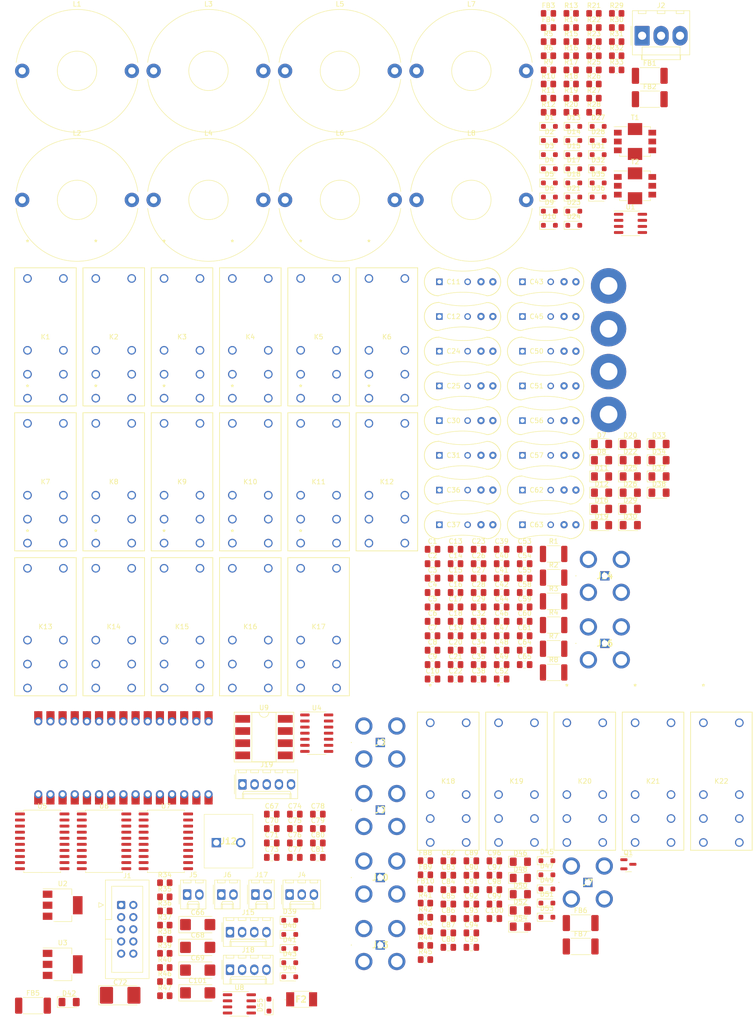
<source format=kicad_pcb>
(kicad_pcb (version 20221018) (generator pcbnew)
  (layers (0 "F.Cu" signal) (31 "B.Cu" signal) (34 "B.Paste" user) (35 "F.Paste" user) (36 "B.SilkS" user "B.Silkscreen") (37 "F.SilkS" user "F.Silkscreen") (38 "B.Mask" user) (39 "F.Mask" user) (44 "Edge.Cuts" user))
  (net 0 "")
  (net 1 "+12V")
  (net 2 "GND")
  (net 3 "Net-(D1-K)")
  (net 4 "Net-(D2-K)")
  (net 5 "+12V_R")
  (net 6 "Net-(D10-K)")
  (net 7 "Ind1")
  (net 8 "Cap1")
  (net 9 "Net-(C11-Pad1)")
  (net 10 "Net-(C11-Pad2)")
  (net 11 "ATU_IN")
  (net 12 "Net-(C18-Pad1)")
  (net 13 "Net-(C19-Pad1)")
  (net 14 "FWD")
  (net 15 "REV")
  (net 16 "Ind2")
  (net 17 "Cap2")
  (net 18 "Net-(C24-Pad1)")
  (net 19 "Net-(C24-Pad2)")
  (net 20 "Ind3")
  (net 21 "Cap3")
  (net 22 "Net-(C30-Pad1)")
  (net 23 "Net-(C30-Pad2)")
  (net 24 "Ind4")
  (net 25 "Cap4")
  (net 26 "Net-(C36-Pad1)")
  (net 27 "Net-(C36-Pad2)")
  (net 28 "CAPOUT")
  (net 29 "Ind5")
  (net 30 "Cap5")
  (net 31 "Net-(C43-Pad1)")
  (net 32 "Net-(C43-Pad2)")
  (net 33 "Ind6")
  (net 34 "Cap6")
  (net 35 "Net-(C50-Pad1)")
  (net 36 "Net-(C50-Pad2)")
  (net 37 "Ind7")
  (net 38 "Cap7")
  (net 39 "Net-(C56-Pad1)")
  (net 40 "Net-(C56-Pad2)")
  (net 41 "Ind8")
  (net 42 "Cap8")
  (net 43 "Net-(C62-Pad1)")
  (net 44 "Net-(C62-Pad2)")
  (net 45 "Net-(C66-Pad1)")
  (net 46 "Net-(D39-K)")
  (net 47 "Net-(D40-K)")
  (net 48 "+5V")
  (net 49 "PTT_IN")
  (net 50 "+3.3V")
  (net 51 "Net-(D45-K)")
  (net 52 "T{slash}R_PTT")
  (net 53 "Net-(Q1-G)")
  (net 54 "Net-(D45-A)")
  (net 55 "ANT1")
  (net 56 "Net-(D49-A)")
  (net 57 "Net-(D51-A)")
  (net 58 "ANT2")
  (net 59 "Net-(D53-A)")
  (net 60 "ANT3")
  (net 61 "Net-(D55-A)")
  (net 62 "Net-(D1-A)")
  (net 63 "Net-(D2-A)")
  (net 64 "Net-(D3-K)")
  (net 65 "Net-(D3-A)")
  (net 66 "Net-(D4-K)")
  (net 67 "Net-(D4-A)")
  (net 68 "Net-(D7-K)")
  (net 69 "Net-(D8-K)")
  (net 70 "Net-(D11-K)")
  (net 71 "Net-(D12-K)")
  (net 72 "Net-(D15-K)")
  (net 73 "Net-(D16-K)")
  (net 74 "Net-(D19-K)")
  (net 75 "Net-(D20-K)")
  (net 76 "Net-(D22-K)")
  (net 77 "Net-(D25-K)")
  (net 78 "Net-(D26-K)")
  (net 79 "Net-(D29-K)")
  (net 80 "Net-(D30-K)")
  (net 81 "Net-(D33-K)")
  (net 82 "Net-(D34-K)")
  (net 83 "Net-(D37-K)")
  (net 84 "Net-(D38-K)")
  (net 85 "Net-(D39-A)")
  (net 86 "TUNE")
  (net 87 "D5_B")
  (net 88 "TUNE_PB")
  (net 89 "Net-(D42-A)")
  (net 90 "D2_A")
  (net 91 "Net-(D43-A)")
  (net 92 "PTT")
  (net 93 "Net-(D46-K)")
  (net 94 "Net-(D48-K)")
  (net 95 "Net-(D50-K)")
  (net 96 "Net-(D52-K)")
  (net 97 "Net-(D54-K)")
  (net 98 "RESET")
  (net 99 "D8")
  (net 100 "SCL")
  (net 101 "SDA")
  (net 102 "Net-(J2-Pin_1)")
  (net 103 "Net-(J2-Pin_3)")
  (net 104 "Net-(J7-In)")
  (net 105 "Net-(J8-In)")
  (net 106 "Net-(J9-In)")
  (net 107 "Net-(J10-In)")
  (net 108 "Net-(J13-In)")
  (net 109 "Net-(J14-In)")
  (net 110 "RX")
  (net 111 "TX")
  (net 112 "ATU_OUT")
  (net 113 "ENC1A")
  (net 114 "ENC1B")
  (net 115 "ENC_PB")
  (net 116 "A6")
  (net 117 "A7")
  (net 119 "Net-(K1-Pad2)")
  (net 124 "Net-(K3-Pad2)")
  (net 129 "Net-(K5-Pad2)")
  (net 134 "Net-(K10-Pad3)")
  (net 139 "Net-(K9-Pad3)")
  (net 140 "Net-(K10-Pad2)")
  (net 145 "Net-(K12-Pad2)")
  (net 150 "Net-(K14-Pad2)")
  (net 159 "Net-(K18-Pad2)")
  (net 160 "Net-(K19-Pad3)")
  (net 161 "Net-(K20-Pad2)")
  (net 162 "Net-(K21-Pad2)")
  (net 163 "Net-(K22-Pad2)")
  (net 164 "Net-(U1B-+)")
  (net 165 "Net-(U1A-+)")
  (net 166 "Net-(R37-Pad2)")
  (net 167 "LOAD")
  (net 168 "Net-(R39-Pad2)")
  (net 169 "DATA")
  (net 178 "Net-(U4-Pad2)")
  (net 179 "Net-(U5-SER_IN)")
  (net 180 "Net-(U4-Pad6)")
  (net 181 "SRCK")
  (net 182 "RCLK")
  (net 183 "Net-(U4-Pad11)")
  (net 184 "IND1")
  (net 185 "IND2")
  (net 186 "IND3")
  (net 187 "IND4")
  (net 188 "IND5")
  (net 189 "IND6")
  (net 190 "IND7")
  (net 191 "IND8")
  (net 192 "Net-(U5-SER_OUT)")
  (net 193 "CAP1")
  (net 194 "CAP2")
  (net 195 "CAP3")
  (net 196 "CAP4")
  (net 197 "CAP5")
  (net 198 "CAP6")
  (net 199 "CAP7")
  (net 200 "CAP8")
  (net 201 "Net-(U6-SER_OUT)")
  (net 213 "Net-(D55-K)")
  (footprint "RELAY_G2R-1-E AC12:RELAY_G2R-1-E AC12" (layer "F.Cu") (at -89.2882 115.920588)
    (fp_text reference "K11")
    (fp_text value "G2R-1-E DC12")
  )
  (footprint "Capacitor_SMD:C_0805_2012Metric_Pad1.18x1.45mm_HandSolder" (layer "F.Cu") (at -59.625 135.875)
    (fp_text reference "C33")
    (fp_text value "10n")
  )
  (footprint "Resistor_SMD:R_0805_2012Metric_Pad1.20x1.40mm_HandSolder" (layer "F.Cu") (at -45.035 26.555)
    (fp_text reference "R12")
    (fp_text value "22k")
  )
  (footprint "Capacitor_Mica:Capacitor_Mica" (layer "F.Cu") (at -47.517 112.693)
    (fp_text reference "C63")
    (fp_text value "2640p")
  )
  (footprint "Diode_SMD:D_SOD-323_HandSoldering" (layer "F.Cu") (at -44.84 35.405)
    (fp_text reference "D3")
    (fp_text value "1N5711")
  )
  (footprint "Capacitor_SMD:C_0805_2012Metric_Pad1.18x1.45mm_HandSolder" (layer "F.Cu") (at -59.625 123.835)
    (fp_text reference "C27")
    (fp_text value "10n")
  )
  (footprint "Capacitor_SMD:C_0805_2012Metric_Pad1.18x1.45mm_HandSolder" (layer "F.Cu") (at -98.005 176.135)
    (fp_text reference "C75")
    (fp_text value "10n")
  )
  (footprint "Package_SO:SOIC-8_3.9x4.9mm_P1.27mm" (layer "F.Cu") (at -109.585 212.745)
    (fp_text reference "U8")
    (fp_text value "24FC1025-I_SN")
  )
  (footprint "Capacitor_Mica:Capacitor_Mica" (layer "F.Cu") (at -64.8635 83.6994)
    (fp_text reference "C25")
    (fp_text value "39p")
  )
  (footprint "LED_SMD:LED_1206_3216Metric_Pad1.42x1.75mm_HandSolder" (layer "F.Cu") (at -50.9 183.065)
    (fp_text reference "D46")
    (fp_text value "LED_Small")
  )
  (footprint "Resistor_SMD:R_1812_4532Metric_Pad1.30x3.40mm_HandSolder" (layer "F.Cu") (at -43.955 138.585)
    (fp_text reference "R7")
    (fp_text value "100R")
  )
  (footprint "Capacitor_SMD:C_0805_2012Metric_Pad1.18x1.45mm_HandSolder" (layer "F.Cu") (at -64.435 132.865)
    (fp_text reference "C18")
    (fp_text value "10n")
  )
  (footprint "Resistor_SMD:R_0805_2012Metric_Pad1.20x1.40mm_HandSolder" (layer "F.Cu") (at -35.535 26.555)
    (fp_text reference "R28")
    (fp_text value "2k7")
  )
  (footprint "Diode_SMD:D_SOD-323_HandSoldering" (layer "F.Cu") (at -45.36 194.645)
    (fp_text reference "D53")
    (fp_text value "BAS16J")
  )
  (footprint "BNC_Amphenol_031-5329-51RFX:BNC_Amphenol_031532951RFX" (layer "F.Cu") (at -80.15 200.46)
    (fp_text reference "J13")
    (fp_text value "Conn_Coaxial" hide)
  )
  (footprint "Capacitor_SMD:C_0805_2012Metric_Pad1.18x1.45mm_HandSolder" (layer "F.Cu") (at -54.815 132.865)
    (fp_text reference "C46")
    (fp_text value "10n")
  )
  (footprint "LED_SMD:LED_1206_3216Metric_Pad1.42x1.75mm_HandSolder" (layer "F.Cu") (at -33.94 99.215)
    (fp_text reference "D8")
    (fp_text value "LED_Small")
  )
  (footprint "Resistor_SMD:R_0805_2012Metric_Pad1.20x1.40mm_HandSolder" (layer "F.Cu") (at -40.285 14.755)
    (fp_text reference "R16")
    (fp_text value "15k")
  )
  (footprint "RELAY_G2R-1-E AC12:RELAY_G2R-1-E AC12" (layer "F.Cu") (at -132.0694 85.660194)
    (fp_text reference "K2")
    (fp_text value "G2R-1-E DC12")
  )
  (footprint "Inductor_THT:L_Toroid_Horizontal_D25.4mm_P22.90mm_Vishay_TJ5_BigPads" (layer "F.Cu") (at -72.585 17.905)
    (fp_text reference "L7")
    (fp_text value "L_Iron_Small")
  )
  (footprint "Diode_SMD:D_SOD-323_HandSoldering" (layer "F.Cu") (at -34.65 44.255)
    (fp_text reference "D36")
    (fp_text value "BAS16J")
  )
  (footprint "Package_SO:SOIC-20W_7.5x12.8mm_P1.27mm" (layer "F.Cu") (at -137.845 178.795)
    (fp_text reference "U6")
    (fp_text value "TPIC6595")
  )
  (footprint "Package_SO:SOIC-14_3.9x8.7mm_P1.27mm" (layer "F.Cu") (at -93.425 156.215)
    (fp_text reference "U4")
    (fp_text value "74HCT04")
  )
  (footprint "MFMSMF11024X2:MFMSMF11024X2" (layer "F.Cu") (at -96.58 211.79)
    (fp_text reference "F2")
    (fp_text value "MF-MSMF110_24X-2" hide)
  )
  (footprint "Resistor_SMD:R_0805_2012Metric_Pad1.20x1.40mm_HandSolder" (layer "F.Cu") (at -125.155 211.045)
    (fp_text reference "R47")
    (fp_text value "10k")
  )
  (footprint "Diode_SMD:D_SOD-323_HandSoldering" (layer "F.Cu") (at -99.06 201.195)
    (fp_text reference "D41")
    (fp_text value "BAS16J")
  )
  (footprint "Diode_SMD:D_SOD-323_HandSoldering" (layer "F.Cu") (at -44.84 47.205)
    (fp_text reference "D9")
    (fp_text value "BAS16J")
  )
  (footprint "Resistor_SMD:R_0805_2012Metric_Pad1.20x1.40mm_HandSolder" (layer "F.Cu") (at -125.155 205.145)
    (fp_text reference "R40")
    (fp_text value "10k")
  )
  (footprint "Diode_SMD:D_SOD-323_HandSoldering" (layer "F.Cu") (at -103.4 213 90)
    (fp_text reference "D55")
    (fp_text value "1SS355VM")
  )
  (footprint "Package_SO:SOIC-20W_7.5x12.8mm_P1.27mm" (layer "F.Cu") (at -150.755 178.795)
    (fp_text reference "U5")
    (fp_text value "TPIC6595")
  )
  (footprint "Resistor_SMD:R_0805_2012Metric_Pad1.20x1.40mm_HandSolder" (layer "F.Cu") (at -40.285 17.705)
    (fp_text reference "R17")
    (fp_text value "18k")
  )
  (footprint "Capacitor_SMD:C_0805_2012Metric_Pad1.18x1.45mm_HandSolder" (layer "F.Cu") (at -69.245 135.875)
    (fp_text reference "C7")
    (fp_text value "10n")
  )
  (footprint "Capacitor_SMD:C_0805_2012Metric_Pad1.18x1.45mm_HandSolder" (layer "F.Cu") (at -65.945 185.885)
    (fp_text reference "C83")
    (fp_text value "100n")
  )
  (footprint "Resistor_SMD:R_1812_4532Metric_Pad1.30x3.40mm_HandSolder" (layer "F.Cu") (at -43.955 133.635)
    (fp_text reference "R4")
    (fp_text value "100R")
  )
  (footprint "Capacitor_SMD:C_0805_2012Metric_Pad1.18x1.45mm_HandSolder" (layer "F.Cu") (at -50.005 123.835)
    (fp_text reference "C55")
    (fp_text value "10n")
  )
  (footprint "Connector_Molex:Molex_KK-254_AE-6410-02A_1x02_P2.54mm_Vertical" (layer "F.Cu") (at -113.355 189.915)
    (fp_text reference "J6")
    (fp_text value "Conn_01x02")
  )
  (footprint "Inductor_SMD:L_0805_2012Metric_Pad1.15x1.40mm_HandSolder" (layer "F.Cu") (at -70.725 188.745)
    (fp_text reference "FB10")
    (fp_text value "FerriteBead_Small")
  )
  (footprint "Diode_SMD:D_SOD-323_HandSoldering" (layer "F.Cu") (at -34.65 35.405)
    (fp_text reference "D31")
    (fp_text value "BAS16J")
  )
  (footprint "Capacitor_SMD:C_0805_2012Metric_Pad1.18x1.45mm_HandSolder" (layer "F.Cu") (at -56.325 188.895)
    (fp_text reference "C98")
    (fp_text value "10n")
  )
  (footprint "Resistor_SMD:R_1812_4532Metric_Pad1.30x3.40mm_HandSolder" (layer "F.Cu") (at -43.955 123.735)
    (fp_text reference "R2")
    (fp_text value "100R")
  )
  (footprint "Capacitor_SMD:C_0805_2012Metric_Pad1.18x1.45mm_HandSolder" (layer "F.Cu") (at -61.135 188.895)
    (fp_text reference "C91")
    (fp_text value "10n")
  )
  (footprint "Capacitor_SMD:C_0805_2012Metric_Pad1.18x1.45mm_HandSolder" (layer "F.Cu") (at -61.135 200.935)
    (fp_text reference "C95")
    (fp_text value "10n")
  )
  (footprint "RELAY_G2R-1-E AC12:RELAY_G2R-1-E AC12" (layer "F.Cu") (at -75.0278 85.660194)
    (fp_text reference "K6")
    (fp_text value "G2R-1-E DC12")
  )
  (footprint "RELAY_G2R-1-E AC12:RELAY_G2R-1-E AC12" (layer "F.Cu") (at -117.809 146.180982)
    (fp_text reference "K15")
    (fp_text value "G2R-1-E DC12")
  )
  (footprint "LED_SMD:LED_1206_3216Metric_Pad1.42x1.75mm_HandSolder" (layer "F.Cu") (at -21.95 95.825)
    (fp_text reference "D33")
    (fp_text value "LED_Small")
  )
  (footprint "LED_SMD:LED_1206_3216Metric_Pad1.42x1.75mm_HandSolder" (layer "F.Cu") (at -33.94 112.775)
    (fp_text reference "D19")
    (fp_text value "LED_Small")
  )
  (footprint "Inductor_SMD:L_2512_6332Metric_Pad1.52x3.35mm_HandSolder" (layer "F.Cu") (at -38.315 195.865)
    (fp_text reference "FB6")
    (fp_text value "FerriteBead_Small")
  )
  (footprint "Package_SO:SOIC-20W_7.5x12.8mm_P1.27mm" (layer "F.Cu") (at -124.935 178.795)
    (fp_text reference "U7")
    (fp_text value "TPIC6595")
  )
  (footprint "Inductor_SMD:L_2512_6332Metric_Pad1.52x3.35mm_HandSolder" (layer "F.Cu") (at -23.885 18.935)
    (fp_text reference "FB1")
    (fp_text value "FerriteBead_Small")
  )
  (footprint "Capacitor_SMD:C_0805_2012Metric_Pad1.18x1.45mm_HandSolder" (layer "F.Cu") (at -54.815 141.895)
    (fp_text reference "C49")
    (fp_text value "10n")
  )
  (footprint "Capacitor_SMD:C_0805_2012Metric_Pad1.18x1.45mm_HandSolder" (layer "F.Cu") (at -64.435 126.845)
    (fp_text reference "C16")
    (fp_text value "10n")
  )
  (footprint "Capacitor_Mica:Capacitor_Mica" (layer "F.Cu") (at -64.8635 112.693)
    (fp_text reference "C37")
    (fp_text value "160p")
  )
  (footprint "Diode_SMD:D_SOD-323_HandSoldering" (layer "F.Cu") (at -34.65 32.455)
    (fp_text reference "D28")
    (fp_text value "BAS16J")
  )
  (footprint "Capacitor_SMD:C_0805_2012Metric_Pad1.18x1.45mm_HandSolder" (layer "F.Cu") (at -61.135 197.925)
    (fp_text reference "C94")
    (fp_text value "10n")
  )
  (footprint "Resistor_SMD:R_0805_2012Metric_Pad1.20x1.40mm_HandSolder" (layer "F.Cu") (at -35.535 23.605)
    (fp_text reference "R27")
    (fp_text value "2k7")
  )
  (footprint "Package_SO:SOIC-8_3.9x4.9mm_P1.27mm" (layer "F.Cu") (at -27.905 49.755)
    (fp_text reference "U1")
    (fp_text value "LM358")
  )
  (footprint "Resistor_SMD:R_0805_2012Metric_Pad1.20x1.40mm_HandSolder" (layer "F.Cu") (at -35.535 8.855)
    (fp_text reference "R22")
    (fp_text value "2k7")
  )
  (footprint "Resistor_SMD:R_0805_2012Metric_Pad1.20x1.40mm_HandSolder" (layer "F.Cu") (at -30.785 14.755)
    (fp_text reference "R32")
    (fp_text value "2k7")
  )
  (footprint "Capacitor_Mica:Capacitor_Mica" (layer "F.Cu") (at -64.8635 61.9542)
    (fp_text reference "C11")
    (fp_text value "18p")
  )
  (footprint "Diode_SMD:D_SOD-323_HandSoldering" (layer "F.Cu") (at -39.745 44.255)
    (fp_text reference "D21")
    (fp_text value "BAS16J")
  )
  (footprint "LED_SMD:LED_1206_3216Metric_Pad1.42x1.75mm_HandSolder" (layer "F.Cu") (at -50.9 186.455)
    (fp_text reference "D48")
    (fp_text value "LED_Small")
  )
  (footprint "Diode_SMD:D_SOD-323_HandSoldering" (layer "F.Cu") (at -39.745 32.455)
    (fp_text reference "D14")
    (fp_text value "BAS16J")
  )
  (footprint "Diode_SMD:D_SOD-323_HandSoldering" (layer "F.Cu") (at -44.84 41.305)
    (fp_text reference "D5")
    (fp_text value "BAS16J")
  )
  (footprint "Capacitor_SMD:C_0805_2012Metric_Pad1.18x1.45mm_HandSolder" (layer "F.Cu") (at -54.815 144.905)
    (fp_text reference "C52")
    (fp_text value "10n")
  )
  (footprint "Resistor_SMD:R_0805_2012Metric_Pad1.20x1.40mm_HandSolder" (layer "F.Cu") (at -45.035 20.655)
    (fp_text reference "R10")
    (fp_text value "1k")
  )
  (footprint "Resistor_SMD:R_0805_2012Metric_Pad1.20x1.40mm_HandSolder" (layer "F.Cu") (at -45.035 14.755)
    (fp_text reference "R6")
    (fp_text value "100k")
  )
  (footprint "Inductor_THT:L_Toroid_Horizontal_D25.4mm_P22.90mm_Vishay_TJ5_BigPads" (layer "F.Cu") (at -154.935 44.855)
    (fp_text reference "L2")
    (fp_text value "L_Iron_Small")
  )
  (footprint "Diode_SMD:D_SOD-323_HandSoldering" (layer "F.Cu") (at -39.745 35.405)
    (fp_text reference "D15")
    (fp_text value "BAS16J")
  )
  (footprint "RELAY_G2R-1-E AC12:RELAY_G2R-1-E AC12" (layer "F.Cu") (at -5.1782 178.440194)
    (fp_text reference "K22")
    (fp_text value "G2R-1-E DC12")
  )
  (footprint "Capacitor_SMD:C_0805_2012Metric_Pad1.18x1.45mm_HandSolder" (layer "F.Cu") (at -69.245 129.855)
    (fp_text reference "C5")
    (fp_text value "1u")
  )
  (footprint "Diode_SMD:D_SOD-323_HandSoldering" (layer "F.Cu") (at -44.84 44.255)
    (fp_text reference "D6")
    (fp_text value "BAS16J")
  )
  (footprint "Resistor_SMD:R_0805_2012Metric_Pad1.20x1.40mm_HandSolder" (layer "F.Cu") (at -70.725 194.645)
    (fp_text reference "R42")
    (fp_text value "2k7")
  )
  (footprint "Diode_SMD:D_SOD-323_HandSoldering" (layer "F.Cu") (at -45.36 188.745)
    (fp_text reference "D49")
    (fp_text value "BAS16J")
  )
  (footprint "Capacitor_SMD:C_0805_2012Metric_Pad1.18x1.45mm_HandSolder" (layer "F.Cu") (at -69.245 117.815)
    (fp_text reference "C1")
    (fp_text value "10n")
  )
  (footprint "BNC_Amphenol_031-5329-51RFX:BNC_Amphenol_031532951RFX" (layer "F.Cu") (at -33.26 123.36)
    (fp_text reference "J14")
    (fp_text value "Conn_Coaxial" hide)
  )
  (footprint "Capacitor_SMD:C_0805_2012Metric_Pad1.18x1.45mm_HandSolder" (layer "F.Cu") (at -50.005 138.885)
    (fp_text reference "C64")
    (fp_text value "10n")
  )
  (footprint "Capacitor_SMD:C_0805_2012Metric_Pad1.18x1.45mm_HandSolder" (layer "F.Cu") (at -59.625 144.905)
    (fp_text reference "C38")
    (fp_text value "10n")
  )
  (footprint "Capacitor_SMD:C_0805_2012Metric_Pad1.18x1.45mm_HandSolder" (layer "F.Cu") (at -64.435 138.885)
    (fp_text reference "C20")
    (fp_text value "10n")
  )
  (footprint "Diode_SMD:D_SOD-323_HandSoldering" (layer "F.Cu") (at -44.84 32.455)
    (fp_text reference "D2")
    (fp_text value "1N5711")
  )
  (footprint "Capacitor_SMD:C_0805_2012Metric_Pad1.18x1.45mm_HandSolder" (layer "F.Cu") (at -64.435 135.875)
    (fp_text reference "C19")
    (fp_text value "10n")
  )
  (footprint "Capacitor_SMD:C_0805_2012Metric_Pad1.18x1.45mm_HandSolder" (layer "F.Cu") (at -65.945 200.935)
    (fp_text reference "C88")
    (fp_text value "10n")
  )
  (footprint "LED_SMD:LED_1206_3216Metric_Pad1.42x1.75mm_HandSolder" (layer "F.Cu") (at -27.945 109.385)
    (fp_text reference "D29")
    (fp_text value "LED_Small")
  )
  (footprint "Capacitor_SMD:C_0805_2012Metric_Pad1.18x1.45mm_HandSolder" (layer "F.Cu") (at -54.815 123.835)
    (fp_text reference "C41")
    (fp_text value "10n")
  )
  (footprint "RELAY_G2R-1-E AC12:RELAY_G2R-1-E AC12" (layer "F.Cu") (at -19.4386 178.440194)
    (fp_text reference "K21")
    (fp_text value "G2R-1-E DC12")
  )
  (footprint "Diode_SMD:D_SOD-323_HandSoldering" (layer "F.Cu") (at -34.65 38.355)
    (fp_text reference "D32")
    (fp_text value "BAS16J")
  )
  (footprint "RELAY_G2R-1-E AC12:RELAY_G2R-1-E AC12" (layer "F.Cu") (at -47.9594 178.440194)
    (fp_text reference "K19")
    (fp_text value "G2R-1-E DC12")
  )
  (footprint "Capacitor_SMD:C_0805_2012Metric_Pad1.18x1.45mm_HandSolder" (layer "F.Cu") (at -56.325 194.915)
    (fp_text reference "C100")
    (fp_text value "10n")
  )
  (footprint "Capacitor_SMD:C_0805_2012Metric_Pad1.18x1.45mm_HandSolder" (layer "F.Cu") (at -59.625 141.895)
    (fp_text reference "C35")
    (fp_text value "10n")
  )
  (footprint "LED_SMD:LED_1206_3216Metric_Pad1.42x1.75mm_HandSolder" (layer "F.Cu") (at -33.94 109.385)
    (fp_text reference "D16")
    (fp_text value "LED_Small")
  )
  (footprint "Capacitor_SMD:C_0805_2012Metric_Pad1.18x1.45mm_HandSolder" (layer "F.Cu") (at -59.625 129.855)
    (fp_text reference "C29")
    (fp_text value "10n")
  )
  (footprint "RELAY_G2R-1-E AC12:RELAY_G2R-1-E AC12" (layer "F.Cu") (at -89.2882 146.180982)
    (fp_text reference "K17")
    (fp_text value "G2R-1-E DC12")
  )
  (footprint "LED_SMD:LED_1206_3216Metric_Pad1.42x1.75mm_HandSolder" (layer "F.Cu") (at -50.9 193.235)
    (fp_text reference "D52")
    (fp_text value "LED_Small")
  )
  (footprint "Capacitor_Mica:Capacitor_Mica" (layer "F.Cu") (at -64.8635 69.2026)
    (fp_text reference "C12")
    (fp_text value "18p")
  )
  (footprint "Capacitor_Mica:Capacitor_Mica" (layer "F.Cu") (at -64.8635 76.451)
    (fp_text reference "C24")
    (fp_text value "39p")
  )
  (footprint "Connector_Molex:Molex_KK-254_AE-6410-02A_1x02_P2.54mm_Vertical" (layer "F.Cu") (at -106.225 189.915)
    (fp_text reference "J17")
    (fp_text value "Conn_01x02")
  )
  (footprint "Capacitor_SMD:C_0805_2012Metric_Pad1.18x1.45mm_HandSolder" (layer "F.Cu") (at -50.005 135.875)
    (fp_text reference "C61")
    (fp_text value "10n")
  )
  (footprint "Diode_SMD:D_SOD-323_HandSoldering" (layer "F.Cu") (at -99.06 204.145)
    (fp_text reference "D43")
    (fp_text value "BAS16J")
  )
  (footprint "Capacitor_Mica:Capacitor_Mica" (layer "F.Cu") (at -47.517 61.9542)
    (fp_text reference "C43")
    (fp_text value "330p")
  )
  (footprint "Diode_SMD:D_SOD-323_HandSoldering" (layer "F.Cu") (at -99.06 195.295)
    (fp_text reference "D39")
    (fp_text value "BAS16J")
  )
  (footprint "Capacitor_SMD:C_0805_2012Metric_Pad1.18x1.45mm_HandSolder" (layer "F.Cu") (at -50.005 126.845)
    (fp_text reference "C58")
    (fp_text value "10n")
  )
  (footprint "Connector_Phoenix_1711725:1711725" (layer "F.Cu") (at -114.39 179.07)
    (fp_text reference "J12")
    (fp_text value "Conn_01x02" hide)
  )
  (footprint "Capacitor_SMD:C_0805_2012Metric_Pad1.18x1.45mm_HandSolder" (layer "F.Cu") (at -64.435 123.835)
    (fp_text reference "C15")
    (fp_text value "10n")
  )
  (footprint "Capacitor_Mica:Capacitor_Mica" (layer "F.Cu") (at -64.8635 90.9478)
    (fp_text reference "C30")
    (fp_text value "82p")
  )
  (footprint "Capacitor_SMD:C_0805_2012Metric_Pad1.18x1.45mm_HandSolder" (layer "F.Cu") (at -59.625 138.885)
    (fp_text reference "C34")
    (fp_text value "10n")
  )
  (footprint "Resistor_SMD:R_0805_2012Metric_Pad1.20x1.40mm_HandSolder" (layer "F.Cu") (at -125.155 199.245)
    (fp_text reference "R38")
    (fp_text value "10k")
  )
  (footprint "Capacitor_SMD:C_0805_2012Metric_Pad1.18x1.45mm_HandSolder" (layer "F.Cu") (at -54.815 129.855)
    (fp_text reference "C44")
    (fp_text value "10n")
  )
  (footprint "Package_TO_SOT_SMD:SOT-223-3_TabPin2" (layer "F.Cu") (at -146.485 204.495)
    (fp_text reference "U3")
    (fp_text value "LM1117S-3.3")
  )
  (footprint "BNC_Amphenol_031-5329-51RFX:BNC_Amphenol_031532951RFX" (layer "F.Cu") (at -36.815 187.395)
    (fp_text reference "J7")
    (fp_text value "Conn_Coaxial" hide)
  )
  (footprint "Capacitor_Mica:Capacitor_Mica" (layer "F.Cu") (at -47.517 98.1962)
    (fp_text reference "C57")
    (fp_text value "1320p")
  )
  (footprint "Capacitor_SMD:C_0805_2012Metric_Pad1.18x1.45mm_HandSolder" (layer "F.Cu") (at -59.625 126.845)
    (fp_text reference "C28")
    (fp_text value "10n")
  )
  (footprint "LED_SMD:LED_1206_3216Metric_Pad1.42x1.75mm_HandSolder" (layer "F.Cu") (at -33.94 102.605)
    (fp_text reference "D11")
    (fp_text value "LED_Small")
  )
  (footprint "Inductor_THT:L_Toroid_Horizontal_D25.4mm_P22.90mm_Vishay_TJ5_BigPads" (layer "F.Cu") (at -72.585 44.855)
    (fp_text reference "L8")
    (fp_text value "L_Iron_Small")
  )
  (footprint "Resistor_SMD:R_0805_2012Metric_Pad1.20x1.40mm_HandSolder" (layer "F.Cu") (at -35.535 5.905)
    (fp_text reference "R21")
    (fp_text value "2k7")
  )
  (footprint "Diode_SMD:D_SOD-323_HandSoldering" (layer "F.Cu") (at -39.745 50.155)
    (fp_text reference "D24")
    (fp_text value "BAS16J")
  )
  (footprint "Resistor_SMD:R_1812_4532Metric_Pad1.30x3.40mm_HandSolder" (layer "F.Cu") (at -43.955 143.535)
    (fp_text reference "R8")
    (fp_text value "100R")
  )
  (footprint "Resistor_SMD:R_0805_2012Metric_Pad1.20x1.40mm_HandSolder" (layer "F.Cu") (at -30.785 17.705)
    (fp_text reference "R33")
    (fp_text value "2k7")
  )
  (footprint "Resistor_SMD:R_0805_2012Metric_Pad1.20x1.40mm_HandSolder" (layer "F.Cu") (at -40.285 5.905)
    (fp_text reference "R13")
    (fp_text value "2k7")
  )
  (footprint "MountingHole:MountingHole_3.7mm_Pad" (layer "F.Cu") (at -32.485 62.805)
    (fp_text reference "H1" hide)
    (fp_text value "MountingHole_Pad")
  )
  (footprint "Connector_Molex:Molex_KK-396_A-41791-0003_1x03_P3.96mm_Vertical" (layer "F.Cu") (at -25.475 10.565)
    (fp_text reference "J2")
    (fp_text value "Conn_01x03")
  )
  (footprint "LED_SMD:LED_1206_3216Metric_Pad1.42x1.75mm_HandSolder" (layer "F.Cu") (at -50.9 196.625)
    (fp_text reference "D54")
    (fp_text value "LED_Small")
  )
  (footprint "Connector_Molex:Molex_KK-254_AE-6410-03A_1x03_P2.54mm_Vertical" (layer "F.Cu") (at -99.095 189.915)
    (fp_text reference "J4")
    (fp_text value "Power_In")
  )
  (footprint "Diode_SMD:D_SOD-323_HandSoldering" (layer "F.Cu") (at -44.84 38.355)
    (fp_text reference "D4")
    (fp_text value "1N5711")
  )
  (footprint "Capacitor_SMD:C_0805_2012Metric_Pad1.18x1.45mm_HandSolder" (layer "F.Cu") (at -93.195 176.135)
    (fp_text reference "C79")
    (fp_text value "100n")
  )
  (footprint "BNC_Amphenol_031-5329-51RFX:BNC_Amphenol_031532951RFX" (layer "F.Cu") (at -80.15 172.26)
    (fp_text reference "J9")
    (fp_text value "Conn_Coaxial" hide)
  )
  (footprint "Capacitor_Mica:Capacitor_Mica" (layer "F.Cu") (at -64.8635 105.4446)
    (fp_text reference "C36")
    (fp_text value "160p")
  )
  (footprint "Capacitor_SMD:C_0805_2012Metric_Pad1.18x1.45mm_HandSolder" (layer "F.Cu") (at -50.005 141.895)
    (fp_text reference "C65")
    (fp_text value "10n")
  )
  (footprint "Diode_SMD:D_SOD-323_HandSoldering" (layer "F.Cu") (at -45.36 185.795)
    (fp_text reference "D47")
    (fp_text value "BAS16J")
  )
  (footprint "Capacitor_SMD:C_0805_2012Metric_Pad1.18x1.45mm_HandSolder" (layer "F.Cu") (at -69.245 132.865)
    (fp_text reference "C6")
    (fp_text value "10u")
  )
  (footprint "Capacitor_Mica:Capacitor_Mica" (layer "F.Cu") (at -64.8635 98.1962)
    (fp_text reference "C31")
    (fp_text value "82p")
  )
  (footprint "Capacitor_SMD:C_0805_2012Metric_Pad1.18x1.45mm_HandSolder" (layer "F.Cu") (at -69.245 123.835)
    (fp_text reference "C3")
    (fp_text value "10n")
  )
  (footprint "Capacitor_Tantalum_SMD:CP_EIA-6032-28_Kemet-C_Pad2.25x2.35mm_HandSolder" (layer "F.Cu") (at -118.285 205.695)
    (fp_text reference "C69")
    (fp_text value "10u/35V")
  )
  (footprint "BNC_Amphenol_031-5329-51RFX:BNC_Amphenol_031532951RFX" (layer "F.Cu") (at -80.15 158.16)
    (fp_text reference "J8")
    (fp_text value "Conn_Coaxial" hide)
  )
  (footprint "Capacitor_SMD:C_0805_2012Metric_Pad1.18x1.45mm_HandSolder" (layer "F.Cu") (at -56.325 182.875)
    (fp_text reference "C96")
    (fp_text value "10n")
  )
  (footprint "Resistor_SMD:R_0805_2012Metric_Pad1.20x1.40mm_HandSolder" (layer "F.Cu") (at -70.725 203.495)
    (fp_text reference "R45")
    (fp_text value "2k7")
  )
  (footprint "Diode_SMD:D_SOD-323_HandSoldering" (layer "F.Cu") (at -99.06 198.245)
    (fp_text reference "D40")
    (fp_text value "BAS16J")
  )
  (footprint "BNC_Amphenol_031-5329-51RFX:BNC_Amphenol_031532951RFX" (layer "F.Cu") (at -80.15 186.36)
    (fp_text reference "J10")
    (fp_text value "Conn_Coaxial" hide)
  )
  (footprint "Capacitor_Tantalum_SMD:CP_EIA-6032-28_Kemet-C_Pad2.25x2.35mm_HandSolder" (layer "F.Cu") (at -118.285 210.445)
    (fp_text reference "C101")
    (fp_text value "10u/35V")
  )
  (footprint "RELAY_G2R-1-E AC12:RELAY_G2R-1-E AC12" (layer "F.Cu") (at -117.809 115.920588)
    (fp_text reference "K9")
    (fp_text value "G2R-1-E DC12")
  )
  (footprint "Capacitor_SMD:C_0805_2012Metric_Pad1.18x1.45mm_HandSolder" (layer "F.Cu") (at -54.815 138.885)
    (fp_text reference "C48")
    (fp_text value "10n")
  )
  (footprint "Capacitor_SMD:C_0805_2012Metric_Pad1.18x1.45mm_HandSolder" (layer "F.Cu") (at -93.195 179.145)
    (fp_text reference "C80")
    (fp_text value "10n")
  )
  (footprint "Resistor_SMD:R_0805_2012Metric_Pad1.20x1.40mm_HandSolder" (layer "F.Cu") (at -125.155 196.295)
    (fp_text reference "R37")
    (fp_text value "1K")
  )
  (footprint "Inductor_THT:L_Toroid_Horizontal_D25.4mm_P22.90mm_Vishay_TJ5_BigPads" (layer "F.Cu") (at -154.935 17.905)
    (fp_text reference "L1")
    (fp_text value "L_Iron_Small")
  )
  (footprint "Transformer_SMD:Transformer_Coilcraft_CST1" (layer "F.Cu") (at -26.955 41.905)
    (fp_text reference "T2")
    (fp_text value "CST1")
  )
  (footprint "Capacitor_SMD:C_0805_2012Metric_Pad1.18x1.45mm_HandSolder" (layer "F.Cu") (at -64.435 129.855)
    (fp_text reference "C17")
    (fp_text value "100n")
  )
  (footprint "Capacitor_SMD:C_0805_2012Metric_Pad1.18x1.45mm_HandSolder" (layer "F.Cu") (at -50.005 132.865)
    (fp_text reference "C60")
    (fp_text value "10n")
  )
  (footprint "Diode_SMD:D_SOD-323_HandSoldering" (layer "F.Cu") (at -34.65 41.305)
    (fp_text reference "D35")
    (fp_text value "BAS16J")
  )
  (footprint "Capacitor_SMD:C_0805_2012Metric_Pad1.18x1.45mm_HandSolder" (layer "F.Cu") (at -64.435 144.905)
    (fp_text reference "C22")
    (fp_text value "10n")
  )
  (footprint "Capacitor_SMD:C_0805_2012Metric_Pad1.18x1.45mm_HandSolder" (layer "F.Cu") (at -59.625 132.865)
    (fp_text reference "C32")
    (fp_text value "10n")
  )
  (footprint "Diode_SMD:D_SOD-323_HandSoldering" (layer "F.Cu") (at -45.36 182.845)
    (fp_text reference "D45")
    (fp_text value "BAS16J")
  )
  (footprint "Capacitor_SMD:C_0805_2012Metric_Pad1.18x1.45mm_HandSolder" (layer "F.Cu") (at -69.245 141.895)
    (fp_text reference "C9")
    (fp_text value "10n")
  )
  (footprint "Capacitor_SMD:C_0805_2012Metric_Pad1.18x1.45mm_HandSolder" (layer "F.Cu") (at -61.135 182.875)
    (fp_text reference "C89")
    (fp_text value "10n")
  )
  (footprint "Capacitor_SMD:C_0805_2012Metric_Pad1.18x1.45mm_HandSolder" (layer "F.Cu") (at -69.245 138.885)
    (fp_text reference "C8")
    (fp_text value "10n")
  )
  (footprint "Capacitor_SMD:C_0805_2012Metric_Pad1.18x1.45mm_HandSolder" (layer "F.Cu") (at -102.815 173.125)
    (fp_text reference "C67")
    (fp_text value "10n")
  )
  (footprint "Resistor_SMD:R_0805_2012Metric_Pad1.20x1.40mm_HandSolder" (layer "F.Cu") (at -30.785 5.905)
    (fp_text reference "R29")
    (fp_text value "2k7")
  )
  (footprint "LED_SMD:LED_1206_3216Metric_Pad1.42x1.75mm_HandSolder" (layer "F.Cu") (at -33.94 95.825)
    (fp_text reference "D7")
    (fp_text value "LED_Small")
  )
  (footprint "Package_TO_SOT_SMD:SOT-223-3_TabPin2" (layer "F.Cu") (at -146.485 192.145)
    (fp_text reference "U2")
    (fp_text value "LM1117S-5.0")
  )
  (footprint "Inductor_SMD:L_2512_6332Metric_Pad1.52x3.35mm_HandSolder" (layer "F.Cu") (at -38.315 200.755)
    (fp_text reference "FB7")
    (fp_text value "FerriteBead_Small")
  )
  (footprint "Capacitor_Mica:Capacitor_Mica" (layer "F.Cu") (at -47.517 90.9478)
    (fp_text reference "C56")
    (fp_text value "1320p")
  )
  (footprint "RELAY_G2R-1-E AC12:RELAY_G2R-1-E AC12" (layer "F.Cu") (at -146.3298 146.180982)
    (fp_text reference "K13")
    (fp_text value "G2R-1-E DC12")
  )
  (footprint "LED_SMD:LED_1206_3216Metric_Pad1.42x1.75mm_HandSolder" (layer "F.Cu") (at -33.94 105.995)
    (fp_text reference "D12")
    (fp_text value "LED_Small")
  )
  (footprint "Capacitor_Mica:Capacitor_Mica" (layer "F.Cu") (at -47.517 76.451)
    (fp_text reference "C50")
    (fp_text value "660p")
  )
  (footprint "Inductor_SMD:L_0805_2012Metric_Pad1.15x1.40mm_HandSolder" (layer "F.Cu") (at -70.725 185.795)
    (fp_text reference "FB9")
    (fp_text value "FerriteBead_Small")
  )
  (footprint "Diode_SMD:D_SOD-323_HandSoldering" (layer "F.Cu") (at -44.84 29.505)
    (fp_text reference "D1")
    (fp_text value "1N5711")
  )
  (footprint "RELAY_G2R-1-E AC12:RELAY_G2R-1-E AC12" (layer "F.Cu") (at -89.2882 85.660194)
    (fp_text reference "K5")
    (fp_text value "G2R-1-E DC12")
  )
  (footprint "Resistor_SMD:R_1812_4532Metric_Pad1.30x3.40mm_HandSolder" (layer "F.Cu") (at -43.955 118.785)
    (fp_text reference "R1")
    (fp_text value "100R")
  )
  (footprint "Resistor_SMD:R_0805_2012Metric_Pad1.20x1.40mm_HandSolder" (layer "F.Cu") (at -30.785 11.805)
    (fp_text reference "R31")
    (fp_text value "2k7")
  )
  (footprint "Capacitor_SMD:C_0805_2012Metric_Pad1.18x1.45mm_HandSolder" (layer "F.Cu") (at -54.815 120.825)
    (fp_text reference "C40")
    (fp_text value "10n")
  )
  (footprint "Resistor_SMD:R_0805_2012Metric_Pad1.20x1.40mm_HandSolder" (layer "F.Cu") (at -125.155 193.345)
    (fp_text reference "R36")
    (fp_text value "10k")
  )
  (footprint "Capacitor_SMD:C_0805_2012Metric_Pad1.18x1.45mm_HandSolder" (layer "F.Cu") (at -56.325 185.885)
    (fp_text reference "C97")
    (fp_text value "10n")
  )
  (footprint "Diode_SMD:D_SOD-323_HandSoldering" (layer "F.Cu") (at -39.745 29.505)
    (fp_text reference "D13")
    (fp_text value "BAS16J")
  )
  (footprint "Resistor_SMD:R_0805_2012Metric_Pad1.20x1.40mm_HandSolder" (layer "F.Cu") (at -35.535 17.705)
    (fp_text reference "R25")
    (fp_text value "2k7")
  )
  (footprint "Resistor_SMD:R_0805_2012Metric_Pad1.20x1.40mm_HandSolder" (layer "F.Cu") (at -70.725 200.545)
    (fp_text reference "R44")
    (fp_text value "2k7")
  )
  (footprint "Capacitor_SMD:C_0805_2012Metric_Pad1.18x1.45mm_HandSolder" (layer "F.Cu") (at -93.195 182.155)
    (fp_text reference "C81")
    (fp_text value "100n")
  )
  (footprint "RELAY_G2R-1-E AC12:RELAY_G2R-1-E AC12" (layer "F.Cu") (at -132.0694 115.920588)
    (fp_text reference "K8")
    (fp_text value "G2R-1-E DC12")
  )
  (footprint "Resistor_SMD:R_0805_2012Metric_Pad1.20x1.40mm_HandSolder" (layer "F.Cu") (at -40.285 20.655)
    (fp_text reference "R18")
    (fp_text value "18k")
  )
  (footprint "RELAY_G2R-1-E AC12:RELAY_G2R-1-E AC12" (layer "F.Cu") (at -62.2198 178.440194)
    (fp_text reference "K18")
    (fp_text value "G2R-1-E DC12")
  )
  (footprint "Diode_SMD:D_SOD-323_HandSoldering" (layer "F.Cu") (at -39.745 38.355)
    (fp_text reference "D17")
    (fp_text value "BAS16J")
  )
  (footprint "Capacitor_Tantalum_SMD:CP_EIA-7132-28_AVX-C_Pad2.72x3.50mm_HandSolder" (layer "F.Cu") (at -134.465 210.95)
    (fp_text reference "C72")
    (fp_text value "100u/10V")
  )
  (footprint "Capacitor_SMD:C_0805_2012Metric_Pad1.18x1.45mm_HandSolder" (layer "F.Cu") (at -98.005 182.155)
    (fp_text reference "C77")
    (fp_text value "10n")
  )
  (footprint "Capacitor_SMD:C_0805_2012Metric_Pad1.18x1.45mm_HandSolder" (layer "F.Cu") (at -64.435 141.895)
    (fp_text reference "C21")
    (fp_text value "10n")
  )
  (footprint "Capacitor_SMD:C_0805_2012Metric_Pad1.18x1.45mm_HandSolder" (layer "F.Cu") (at -50.005 120.825)
    (fp_text reference "C54")
    (fp_text value "10n")
  )
  (footprint "Resistor_SMD:R_0805_2012Metric_Pad1.20x1.40mm_HandSolder" (layer "F.Cu") (at -35.535 14.755)
    (fp_text reference "R24")
    (fp_text value "2k7")
  )
  (footprint "RELAY_G2R-1-E AC12:RELAY_G2R-1-E AC12" (layer "F.Cu") (at -146.3298 115.920588)
    (fp_text reference "K7")
    (fp_text value "G2R-1-E DC12")
  )
  (footprint "Package_TO_SOT_SMD:SOT-23" (layer "F.Cu") (at -28.345 183.595)
    (fp_text reference "Q1")
    (fp_text value "2N7002")
  )
  (footprint "Capacitor_Mica:Capacitor_Mica" (layer "F.Cu") (at -47.517 105.4446)
    (fp_text reference "C62")
    (fp_text value "2640p")
  )
  (footprint "Resistor_SMD:R_0805_2012Metric_Pad1.20x1.40mm_HandSolder" (layer "F.Cu") (at -45.035 17.705)
    (fp_text reference "R9")
    (fp_text value "1k")
  )
  (footprint "Capacitor_SMD:C_0805_2012Metric_Pad1.18x1.45mm_HandSolder" (layer "F.Cu") (at -102.815 179.145)
    (fp_text reference "C71")
    (fp_text value "10u")
  )
  (footprint "Capacitor_SMD:C_0805_2012Metric_Pad1.18x1.45mm_HandSolder" (layer "F.Cu") (at -65.945 191.905)
    (fp_text reference "C85")
    (fp_text value "10n")
  )
  (footprint "Capacitor_SMD:C_0805_2012Metric_Pad1.18x1.45mm_HandSolder" (layer "F.Cu") (at -65.945 188.895)
    (fp_text reference "C84")
    (fp_text value "10n")
  )
  (footprint "MountingHole:MountingHole_3.7mm_Pad" (layer "F.Cu") (at -32.485 89.655)
    (fp_text reference "H4" hide)
    (fp_text value "MountingHole_Pad")
  )
  (footprint "Resistor_SMD:R_0805_2012Metric_Pad1.20x1.40mm_HandSolder" (layer "F.Cu") (at -70.725 197.595)
    (fp_text reference "R43")
    (fp_text value "2k7")
  )
  (footprint "Resistor_SMD:R_0805_2012Metric_Pad1.20x1.40mm_HandSolder" (layer "F.Cu") (at -125.155 202.195)
    (fp_text reference "R39")
    (fp_text value "10k")
  )
  (footprint "LED_SMD:LED_1206_3216Metric_Pad1.42x1.75mm_HandSolder" (layer "F.Cu") (at -27.945 112.775)
    (fp_text reference "D30")
    (fp_text value "LED_Small")
  )
  (footprint "Capacitor_SMD:C_0805_2012Metric_Pad1.18x1.45mm_HandSolder" (layer "F.Cu") (at -65.945 194.915)
    (fp_text reference "C86")
    (fp_text value "100n")
  )
  (footprint "Diode_SMD:D_SOD-323_HandSoldering" (layer "F.Cu") (at -45.36 191.695)
    (fp_text reference "D51")
    (fp_text value "BAS16J")
  )
  (footprint "Resistor_SMD:R_0805_2012Metric_Pad1.20x1.40mm_HandSolder" (layer "F.Cu") (at -40.285 8.855)
    (fp_text reference "R14")
    (fp_text value "2k7")
  )
  (footprint "Capacitor_SMD:C_0805_2012Metric_Pad1.18x1.45mm_HandSolder" (layer "F.Cu") (at -102.815 176.135)
    (fp_text reference "C70")
    (fp_text value "10n")
  )
  (footprint "BNC_Amphenol_031-5329-51RFX:BNC_Amphenol_031532951RFX" (layer "F.Cu") (at -33.26 137.46)
    (fp_text reference "J16")
    (fp_text value "Conn_Coaxial" hide)
  )
  (footprint "Capacitor_SMD:C_0805_2012Metric_Pad1.18x1.45mm_HandSolder" (layer "F.Cu") (at -69.245 126.845)
    (fp_text reference "C4")
    (fp_text value "10n")
  )
  (footprint "LED_SMD:LED_1206_3216Metric_Pad1.42x1.75mm_HandSolder" (layer "F.Cu") (at -27.945 105.995)
    (fp_text reference "D26")
    (fp_text value "LED_Small")
  )
  (footprint "Diode_SMD:D_SOD-323_HandSoldering" (layer "F.Cu") (at -44.84 50.155)
    (fp_text reference "D10")
    (fp_text value "BAS16J")
  )
  (footprint "Resistor_SMD:R_0805_2012Metric_Pad1.20x1.40mm_HandSolder" (layer "F.Cu") (at -125.155 187.445)
    (fp_text reference "R34")
    (fp_text value "10k")
  )
  (footprint "MountingHole:MountingHole_3.7mm_Pad" (layer "F.Cu") (at -32.485 80.705)
    (fp_text reference "H3" hide)
    (fp_text value "MountingHole_Pad")
  )
  (footprint "RELAY_G2R-1-E AC12:RELAY_G2R-1-E AC12" (layer "F.Cu") (at -132.0694 146.180982)
    (fp_text reference "K14")
    (fp_text value "G2R-1-E DC12")
  )
  (footprint "Capacitor_SMD:C_0805_2012Metric_Pad1.18x1.45mm_HandSolder" (layer "F.Cu") (at -64.435 117.815)
    (fp_text reference "C13")
    (fp_text value "10u")
  )
  (footprint "RELAY_G2R-1-E AC12:RELAY_G2R-1-E AC12" (layer "F.Cu") (at -33.699 178.440194)
    (fp_text reference "K20")
    (fp_text value "G2R-1-E DC12")
  )
  (footprint "Inductor_SMD:L_0805_2012Metric_Pad1.15x1.40mm_HandSolder" (layer "F.Cu") (at -45.035 5.905)
    (fp_text reference "FB3")
    (fp_text value "FerriteBead_Small")
  )
  (footprint "Capacitor_SMD:C_0805_2012Metric_Pad1.18x1.45mm_HandSolder" (layer "F.Cu") (at -93.195 173.125)
    (fp_text reference "C78")
    (fp_text value "10n")
  )
  (footprint "Capacitor_Tantalum_SMD:CP_EIA-6032-28_Kemet-C_Pad2.25x2.35mm_HandSolder" (layer "F.Cu") (at -118.285 200.945)
    (fp_text reference "C68")
    (fp_text value "10u/35V")
  )
  (footprint "LED_SMD:LED_1206_3216Metric_Pad1.42x1.75mm_HandSolder" (layer "F.Cu") (at -21.95 99.215)
    (fp_text reference "D34")
    (fp_text value "LED_Small")
  )
  (footprint "Inductor_SMD:L_0805_2012Metric_Pad1.15x1.40mm_HandSolder" (layer "F.Cu") (at -70.725 182.845)
    (fp_text reference "FB8")
    (fp_text value "FerriteBead_Small")
  )
  (footprint "Capacitor_SMD:C_0805_2012Metric_Pad1.18x1.45mm_HandSolder" (layer "F.Cu") (at -59.625 117.815)
    (fp_text reference "C23")
    (fp_text value "10n")
  )
  (footprint "Capacitor_Tantalum_SMD:CP_EIA-6032-28_Kemet-C_Pad2.25x2.35mm_HandSolder" (layer "F.Cu") (at -118.285 196.195)
    (fp_text reference "C66")
    (fp_text value "10u/35V")
  )
  (footprint "LED_SMD:LED_1206_3216Metric_Pad1.42x1.75mm_HandSolder" (layer "F.Cu") (at -21.95 102.605)
    (fp_text reference "D37")
    (fp_text value "LED_Small")
  )
  (footprint "Capacitor_SMD:C_0805_2012Metric_Pad1.18x1.45mm_HandSolder" (layer "F.Cu") (at -59.625 120.825)
    (fp_text reference "C26")
    (fp_text value "10n")
  )
  (footprint "MountingHole:MountingHole_3.7mm_Pad" (layer "F.Cu") (at -32.485 71.755)
    (fp_text reference "H2" hide)
    (fp_text value "MountingHole_Pad")
  )
  (footprint "Capacitor_SMD:C_0805_2012Metric_Pad1.18x1.45mm_HandSolder" (layer "F.Cu") (at -69.245 120.825)
    (fp_text reference "C2")
    (fp_text value "100n")
  )
  (footprint "LED_SMD:LED_1206_3216Metric_Pad1.42x1.75mm_HandSolder" (layer "F.Cu") (at -27.945 102.605)
    (fp_text reference "D25")
    (fp_text value "LED_Small")
  )
  (footprint "RELAY_G2R-1-E AC12:RELAY_G2R-1-E AC12" (layer "F.Cu") (at -75.0278 115.920588)
    (fp_text reference "K12")
    (fp_text value "G2R-1-E DC12")
  )
  (footprint "Arduino-nano-33:NANO_33_Socket_Castell" (layer "F.Cu") (at -133.8 161.365)
    (fp_text reference "U12")
    (fp_text value "Arduino-NANO-33")
  )
  (footprint "RELAY_G2R-1-E AC12:RELAY_G2R-1-E AC12" (layer "F.Cu") (at -146.3298 85.660194)
    (fp_text reference "K1")
    (fp_text value "G2R-1-E DC12")
  )
  (footprint "Capacitor_SMD:C_0805_2012Metric_Pad1.18x1.45mm_HandSolder" (layer "F.Cu") (at -98.005 179.145)
    (fp_text reference "C76")
    (fp_text value "10n")
  )
  (footprint "Diode_SMD:D_SOD-323_HandSoldering" (layer "F.Cu") (at -34.65 29.505)
    (fp_text reference "D27")
    (fp_text value "BAS16J")
  )
  (footprint "Diode_SMD:D_SOD-323_HandSoldering" (layer "F.Cu") (at -39.745 47.205)
    (fp_text reference "D23")
    (fp_text value "BAS16J")
  )
  (footprint "LED_SMD:LED_1206_3216Metric_Pad1.42x1.75mm_HandSolder" (layer "F.Cu") (at -50.9 189.845)
    (fp_text reference "D50")
    (fp_text value "LED_Small")
  )
  (footprint "Inductor_SMD:L_2512_6332Metric_Pad1.52x3.35mm_HandSolder" (layer "F.Cu") (at -152.685 213.115)
    (fp_text reference "FB5")
    (fp_text value "FerriteBead_Small")
  )
  (footprint "Connector_Molex:Molex_KK-254_AE-6410-04A_1x04_P2.54mm_Vertical" (layer "F.Cu") (at -111.545 197.765)
    (fp_text reference "J15")
    (fp_text value "To Display")
  )
  (footprint "Connector_Molex:Molex_KK-254_AE-6410-05A_1x05_P2.54mm_Vertical" (layer "F.Cu") (at -108.945 166.905)
    (fp_text reference "J19")
    (fp_text value "To P.A.")
  )
  (footprint "Capacitor_SMD:C_0805_2012Metric_Pad1.18x1.45mm_HandSolder" (layer "F.Cu") (at -54.815 135.875)
    (fp_text reference "C47")
    (fp_text value "10n")
  )
  (footprint "Capacitor_SMD:C_0805_2012Metric_Pad1.18x1.45mm_HandSolder" (layer "F.Cu") (at -69.245 144.905)
    (fp_text reference "C10")
    (fp_text value "10n")
  )
  (footprint "Resistor_SMD:R_0805_2012Metric_Pad1.20x1.40mm_HandSolder" (layer "F.Cu") (at -45.035 11.805)
    (fp_text reference "R5")
    (fp_text value "100k")
  )
  (footprint "Capacitor_SMD:C_0805_2012Metric_Pad1.18x1.45mm_HandSolder" (layer "F.Cu") (at -61.135 191.905)
    (fp_text reference "C92")
    (fp_text value "10n")
  )
  (footprint "LED_SMD:LED_1206_3216Metric_Pad1.42x1.75mm_HandSolder" (layer "F.Cu") (at -145.14 212.365)
    (fp_text reference "D42")
    (fp_text value "LED_Small")
  )
  (footprint "Inductor_THT:L_Toroid_Horizontal_D25.4mm_P22.90mm_Vishay_TJ5_BigPads" (layer "F.Cu") (at -100.035 17.905)
    (fp_text reference "L5")
    (fp_text value "L_Iron_Small")
  )
  (footprint "Resistor_SMD:R_0805_2012Metric_Pad1.20x1.40mm_HandSolder" (layer "F.Cu") (at -30.785 8.855)
    (fp_text reference "R30")
    (fp_text value "2k7")
  )
  (footprint "RELAY_G2R-1-E AC12:RELAY_G2R-1-E AC12" (layer "F.Cu") (at -103.5486 85.660194)
    (fp_text reference "K4")
    (fp_text value "G2R-1-E DC12")
  )
  (footprint "Capacitor_SMD:C_0805_2012Metric_Pad1.18x1.45mm_HandSolder" (layer "F.Cu") (at -61.135 194.915)
    (fp_text reference "C93")
    (fp_text value "10n")
  )
  (footprint "Capacitor_SMD:C_0805_2012Metric_Pad1.18x1.45mm_HandSolder" (layer "F.Cu") (at -64.435 120.825)
    (fp_text reference "C14")
    (fp_text value "10n")
  )
  (footprint "Capacitor_SMD:C_0805_2012Metric_Pad1.18x1.45mm_HandSolder" (layer "F.Cu") (at -61.135 185.885)
    (fp_text reference "C90")
    (fp_text value "10n")
  )
  (footprint "Transformer_SMD:Transformer_Coilcraft_CST1" (layer "F.Cu") (at -26.955 32.655)
    (fp_text reference "T1")
    (fp_text value "CST1")
  )
  (footprint "LED_SMD:LED_1206_3216Metric_Pad1.42x1.75mm_HandSolder" (layer "F.Cu") (at -27.945 95.825)
    (fp_text reference "D20")
    (fp_text value "LED_Small")
  )
  (footprint "Resistor_SMD:R_0805_2012Metric_Pad1.20x1.40mm_HandSolder" (layer "F.Cu") (at -40.285 26.555)
    (fp_text reference "R20")
    (fp_text value "2k7")
  )
  (footprint "Diode_SMD:D_SOD-323_HandSoldering" (layer "F.Cu") (at -99.06 207.095)
    (fp_text reference "D44")
    (fp_text value "BAS16J")
  )
  (footprint "Inductor_THT:L_Toroid_Horizontal_D25.4mm_P22.90mm_Vishay_TJ5_BigPads" (layer "F.Cu") (at -127.485 17.905)
    (fp_text reference "L3")
    (fp_text value "L_Iron_Small")
  )
  (footprint "Package_DIP:DIP-8_W8.89mm_SMDSocket_LongPads" (layer "F.Cu") (at -104.445 157.035)
    (fp_text reference "U9")
    (fp_text value "24FC1025-I_SN")
  )
  (footprint "RELAY_G2R-1-E AC12:RELAY_G2R-1-E AC12" (layer "F.Cu") (at -117.809 85.660194)
    (fp_text reference "K3")
    (fp_text value "G2R-1-E DC12")
  )
  (footprint "RELAY_G2R-1-E AC12:RELAY_G2R-1-E AC12" (layer "F.Cu") (at -103.5486 146.180982)
    (fp_text reference "K16")
    (fp_text value "G2R-1-E DC12")
  )
  (footprint "LED_SMD:LED_1206_3216Metric_Pad1.42x1.75mm_HandSolder" (layer "F.Cu") (at -21.95 105.995)
    (fp_text reference "D38")
    (fp_text value "LED_Small")
  )
  (footprint "RELAY_G2R-1-E AC12:RELAY_G2R-1-E AC12" (layer "F.Cu") (at -103.5486 115.920588)
    (fp_text reference "K10")
    (fp_text value "G2R-1-E DC12")
  )
  (footprint "Connector_Molex:Molex_KK-254_AE-6410-02A_1x02_P2.54mm_Vertical" (layer "F.Cu") (at -120.485 189.915)
    (fp_text reference "J5")
    (fp_text value "Conn_01x02")
  )
  (footprint "Inductor_SMD:L_2512_6332Metric_Pad1.52x3.35mm_HandSolder" (layer "F.Cu") (at -23.885 23.825)
    (fp_text reference "FB2")
    (fp_text value "FerriteBead_Small")
  )
  (footprint "Connector_Molex:Molex_KK-254_AE-6410-04A_1x04_P2.54mm_Vertical" (layer "F.Cu") (at -111.545 205.615)
    (fp_text reference "J18")
    (fp_text value "To Protec_Brd encoder")
  )
  (footprint "Inductor_THT:L_Toroid_Horizontal_D25.4mm_P22.90mm_Vishay_TJ5_BigPads" (layer "F.Cu") (at -100.035 44.855)
    (fp_text reference "L6")
    (fp_text value "L_Iron_Small")
  )
  (footprint "Capacitor_SMD:C_0805_2012Metric_Pad1.18x1.45mm_HandSolder" (layer "F.Cu") (at -65.945 182.875)
    (fp_text reference "C82")
    (fp_text value "10n")
  )
  (footprint "Capacitor_SMD:C_0805_2012Metric_Pad1.18x1.45mm_HandSolder" (layer "F.Cu") (at -98.005 173.125)
    (fp_text reference "C74")
    (fp_text value "10u")
  )
  (footprint "Resistor_SMD:R_0805_2012Metric_Pad1.20x1.40mm_HandSolder" (layer "F.Cu") (at -125.155 208.095)
    (fp_text reference "R46")
    (fp_text value "10k")
  )
  (footprint "Capacitor_SMD:C_0805_2012Metric_Pad1.18x1.45mm_HandSolder" (layer "F.Cu") (at -56.325 191.905)
    (fp_text reference "C99")
    (fp_text value "10n")
  )
  (footprint "Resistor_SMD:R_0805_2012Metric_Pad1.20x1.40mm_HandSolder" (layer "F.Cu") (at -35.535 20.655)
    (fp_text reference "R26")
    (fp_text value "2k7")
  )
  (footprint "Diode_SMD:D_SOD-323_HandSoldering" (layer "F.Cu") (at -39.745 41.305)
    (fp_text reference "D18")
    (fp_text value "BAS16J")
  )
  (footprint "Resistor_SMD:R_0805_2012Metric_Pad1.20x1.40mm_HandSolder" (layer "F.Cu") (at -40.285 23.605)
    (fp_text reference "R19")
    (fp_text value "2k7")
  )
  (footprint "LED_SMD:LED_1206_3216Metric_Pad1.42x1.75mm_HandSolder" (layer "F.Cu") (at -27.945 99.215)
    (fp_text reference "D22")
    (fp_text value "LED_Small")
  )
  (footprint "Capacitor_SMD:C_0805_2012Metric_Pad1.18x1.45mm_HandSolder" (layer "F.Cu") (at -54.815 117.815)
    (fp_text reference "C39")
    (fp_text value "10n")
  )
  (footprint "Capacitor_SMD:C_0805_2012Metric_Pad1.18x1.45mm_HandSolder" (layer "F.Cu") (at -102.815 182.155)
    (fp_text reference "C73")
    (fp_text value "10n")
  )
  (footprint "Capacitor_SMD:C_0805_2012Metric_Pad1.18x1.45mm_HandSolder" (layer "F.Cu") (at -65.945 197.925)
    (fp_text reference "C87")
    (fp_text value "10n")
  )
  (footprint "Resistor_SMD:R_0805_2012Metric_Pad1.20x1.40mm_HandSolder" (layer "F.Cu") (at -45.035 23.605)
    (fp_text reference "R11")
    (fp_text value "22k")
  )
  (footprint "Capacitor_SMD:C_0805_2012Metric_Pad1.18x1.45mm_HandSolder" (layer "F.Cu") (at -50.005 117.815)
    (fp_text reference "C53")
    (fp_text value "10n")
  )
  (footprint "Resistor_SMD:R_0805_2012Metric_Pad1.20x1.40mm_HandSolder" (layer "F.Cu") (at -70.725 191.695)
    (fp_text reference "R41")
    (fp_text value "2k7")
  )
  (footprint "Resistor_SMD:R_0805_2012Metric_Pad1.20x1.40mm_HandSolder" (layer "F.Cu") (at -35.535 11.805)
    (fp_text reference "R23")
    (fp_text value "2k7")
  )
  (footprint "Resistor_SMD:R_1812_4532Metric_Pad1.30x3.40mm_HandSolder" (layer "F.Cu") (at -43.955 128.685)
    (fp_text reference "R3")
    (fp_text value "100R")
  )
  (footprint "Capacitor_SMD:C_0805_2012Metric_Pad1.18x1.45mm_HandSolder" (layer "F.Cu") (at -54.815 126.845)
    (fp_text reference "C42")
    (fp_text value "10n")
  )
  (footprint "Inductor_SMD:L_0805_2012Metric_Pad1.15x1.40mm_HandSolder" (layer "F.Cu") (at -45.035 8.855)
    (fp_text reference "FB4")
    (fp_text value "FerriteBead_Small")
  )
  (footprint "Inductor_THT:L_Toroid_Horizontal_D25.4mm_P22.90mm_Vishay_TJ5_BigPads" (layer "F.Cu") (at -127.485 44.855)
    (fp_text reference "L4")
    (fp_text value "L_Iron_Small")
  )
  (footprint "Resistor_SMD:R_0805_2012Metric_Pad1.20x1.40mm_HandSolder" (layer "F.Cu") (at -40.285 11.805)
    (fp_text reference "R15")
    (fp_text value "15k")
  )
  (footprint "Capacitor_Mica:Capacitor_Mica" (layer "F.Cu") (at -47.517 83.6994)
    (fp_text reference "C51")
    (fp_text value "660p")
  )
  (footprint "Connector_IDC:IDC-Header_2x05_P2.54mm_Vertical" (layer "F.Cu") (at -134.27 192.095)
    (fp_text reference "J1")
    (fp_text value "To Protec_Brd")
  )
  (footprint "Resistor_SMD:R_0805_2012Metric_Pad1.20x1.40mm_HandSolder" (layer "F.Cu") (at -125.155 190.395)
    (fp_text reference "R35")
    (fp_text value "10k")
  )
  (footprint "Capacitor_SMD:C_0805_2012Metric_Pad1.18x1.45mm_HandSolder" (layer "F.Cu") (at -50.005 129.855)
    (fp_text reference "C59")
    (fp_text value "10n")
  )
  (footprint "Capacitor_Mica:Capacitor_Mica" (layer "F.Cu") (at -47.517 69.2026)
    (fp_text reference "C45")
    (fp_text value "330p")
  )
)
</source>
